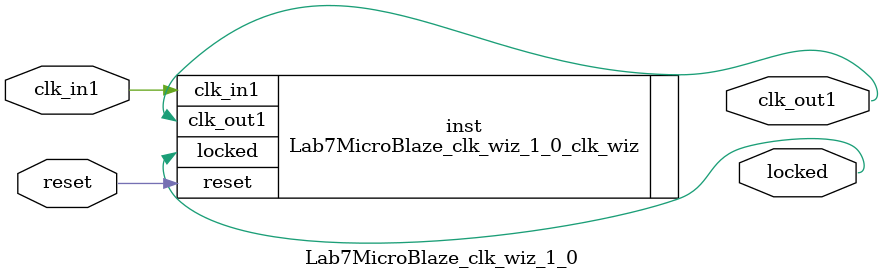
<source format=v>


`timescale 1ps/1ps

(* CORE_GENERATION_INFO = "Lab7MicroBlaze_clk_wiz_1_0,clk_wiz_v6_0_11_0_0,{component_name=Lab7MicroBlaze_clk_wiz_1_0,use_phase_alignment=true,use_min_o_jitter=false,use_max_i_jitter=false,use_dyn_phase_shift=false,use_inclk_switchover=false,use_dyn_reconfig=false,enable_axi=0,feedback_source=FDBK_AUTO,PRIMITIVE=MMCM,num_out_clk=1,clkin1_period=10.000,clkin2_period=10.000,use_power_down=false,use_reset=true,use_locked=true,use_inclk_stopped=false,feedback_type=SINGLE,CLOCK_MGR_TYPE=NA,manual_override=false}" *)

module Lab7MicroBlaze_clk_wiz_1_0 
 (
  // Clock out ports
  output        clk_out1,
  // Status and control signals
  input         reset,
  output        locked,
 // Clock in ports
  input         clk_in1
 );

  Lab7MicroBlaze_clk_wiz_1_0_clk_wiz inst
  (
  // Clock out ports  
  .clk_out1(clk_out1),
  // Status and control signals               
  .reset(reset), 
  .locked(locked),
 // Clock in ports
  .clk_in1(clk_in1)
  );

endmodule

</source>
